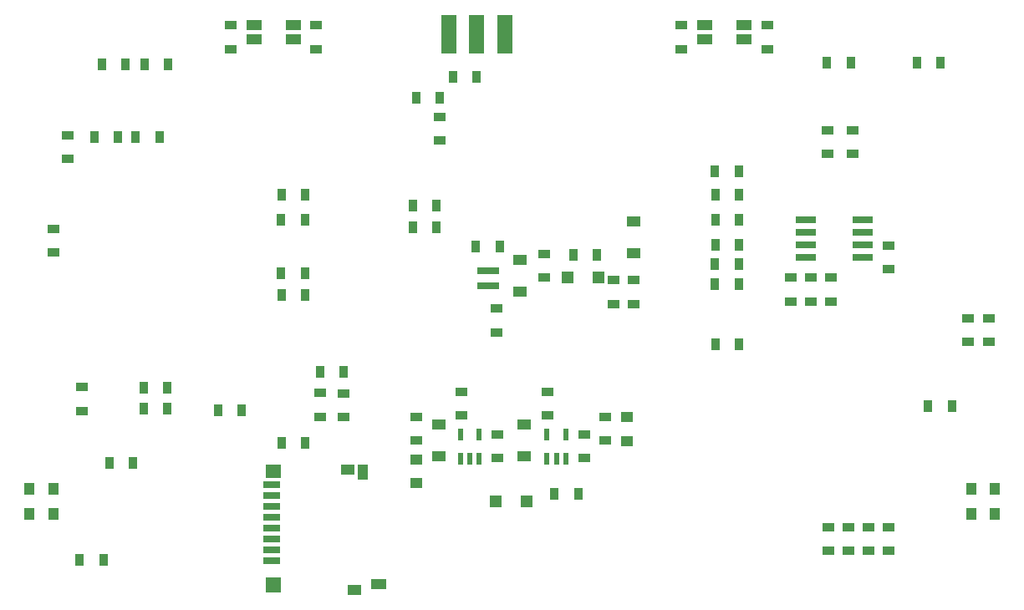
<source format=gtp>
G04*
G04 #@! TF.GenerationSoftware,Altium Limited,Altium Designer,23.4.1 (23)*
G04*
G04 Layer_Color=8421504*
%FSLAX44Y44*%
%MOMM*%
G71*
G04*
G04 #@! TF.SameCoordinates,827902E4-1926-4F04-AA28-A78990439785*
G04*
G04*
G04 #@! TF.FilePolarity,Positive*
G04*
G01*
G75*
%ADD23R,0.9400X1.2900*%
%ADD24R,1.5400X0.9900*%
%ADD25R,1.4000X1.1000*%
%ADD26R,1.5000X1.4000*%
%ADD27R,1.7500X0.7000*%
%ADD28R,1.5000X1.5000*%
%ADD29R,1.0000X1.6000*%
%ADD30R,1.5500X1.0000*%
%ADD31R,1.2900X0.9400*%
%ADD32R,1.3400X1.1400*%
%ADD33R,1.2900X1.0400*%
%ADD34R,0.6000X1.1500*%
%ADD35R,1.5000X4.0000*%
%ADD36R,1.1500X1.3000*%
%ADD37R,2.1400X0.7400*%
%ADD38R,2.2000X0.6500*%
%ADD39R,2.3000X0.6500*%
%ADD40R,1.0400X1.2900*%
D23*
X-153100Y256540D02*
D03*
X-177100D02*
D03*
X-578420Y-60960D02*
D03*
X-554420D02*
D03*
X-524590Y37557D02*
D03*
X-548590D02*
D03*
X178500Y443230D02*
D03*
X269370D02*
D03*
X-374346Y207737D02*
D03*
Y309337D02*
D03*
Y57877D02*
D03*
X-563686Y367757D02*
D03*
X-556066Y441417D02*
D03*
X-512886D02*
D03*
X202500Y443230D02*
D03*
X88814Y238477D02*
D03*
X64814D02*
D03*
X89074Y258537D02*
D03*
X65074D02*
D03*
X-335236Y129257D02*
D03*
X-311236D02*
D03*
X-350346Y57877D02*
D03*
X-374456Y283937D02*
D03*
X-350456D02*
D03*
X-374456Y229327D02*
D03*
X-350456D02*
D03*
X-216996Y297907D02*
D03*
X-240996D02*
D03*
Y276317D02*
D03*
X-216996D02*
D03*
X-350346Y309337D02*
D03*
X-414674Y91009D02*
D03*
X-438674D02*
D03*
X-97740Y5807D02*
D03*
X-73740D02*
D03*
X-200484Y428717D02*
D03*
X-176484D02*
D03*
X-213948Y407127D02*
D03*
X-237948D02*
D03*
X-78436Y248377D02*
D03*
X-54436D02*
D03*
X-350346Y207737D02*
D03*
X64814Y218157D02*
D03*
X88814D02*
D03*
X89074Y283937D02*
D03*
X65074D02*
D03*
X89384Y157197D02*
D03*
X65384D02*
D03*
X89074Y309337D02*
D03*
X65074D02*
D03*
X88814Y332457D02*
D03*
X64814D02*
D03*
X-513604Y113869D02*
D03*
X-489604D02*
D03*
X-513604Y92279D02*
D03*
X-489604D02*
D03*
X293370Y443230D02*
D03*
X-532066Y441417D02*
D03*
X-497776Y367757D02*
D03*
X-521776D02*
D03*
X-488886Y441417D02*
D03*
X-539686Y367757D02*
D03*
X304864Y94707D02*
D03*
X280864D02*
D03*
D24*
X-362270Y466460D02*
D03*
X-402270D02*
D03*
X-362270Y480960D02*
D03*
X-402270D02*
D03*
X54534D02*
D03*
X94534D02*
D03*
X54534Y466460D02*
D03*
X94534D02*
D03*
D25*
X-300186Y-91413D02*
D03*
X-306686Y30587D02*
D03*
D26*
X-382686Y29087D02*
D03*
D27*
X-383936Y-61913D02*
D03*
Y-50913D02*
D03*
Y-39913D02*
D03*
Y-28913D02*
D03*
Y-17913D02*
D03*
Y-6913D02*
D03*
Y4087D02*
D03*
Y15087D02*
D03*
D28*
X-382686Y-86413D02*
D03*
D29*
X-291686Y28087D02*
D03*
D30*
X-275936Y-85413D02*
D03*
D31*
X240650Y-51913D02*
D03*
X200010D02*
D03*
X179690D02*
D03*
X-334666Y84237D02*
D03*
X-156210Y169610D02*
D03*
X141584Y225077D02*
D03*
Y201077D02*
D03*
X-311656Y107977D02*
D03*
Y83977D02*
D03*
X-104536Y109247D02*
D03*
Y85247D02*
D03*
X220330Y-27913D02*
D03*
Y-51913D02*
D03*
X-604916Y274347D02*
D03*
Y250347D02*
D03*
X-156210Y193610D02*
D03*
X-237886Y59847D02*
D03*
Y83847D02*
D03*
X-334666Y108237D02*
D03*
X-155336Y66067D02*
D03*
Y42067D02*
D03*
X-192166Y85247D02*
D03*
Y109247D02*
D03*
X-46116Y83847D02*
D03*
Y59847D02*
D03*
X30480Y456630D02*
D03*
Y480630D02*
D03*
X-213976Y364141D02*
D03*
Y388141D02*
D03*
X-17166Y198537D02*
D03*
Y222537D02*
D03*
X-37486D02*
D03*
Y198537D02*
D03*
X240904Y233837D02*
D03*
Y257837D02*
D03*
X182224Y201077D02*
D03*
Y225077D02*
D03*
X161904D02*
D03*
Y201077D02*
D03*
X118110Y456630D02*
D03*
Y480630D02*
D03*
X-108346Y224947D02*
D03*
Y248947D02*
D03*
X-67706Y66067D02*
D03*
Y42067D02*
D03*
X-591056Y345597D02*
D03*
Y369597D02*
D03*
X-576580Y90170D02*
D03*
Y114170D02*
D03*
X179690Y-27913D02*
D03*
X200010D02*
D03*
X240650D02*
D03*
X-425450Y480630D02*
D03*
Y456630D02*
D03*
X-339090Y480630D02*
D03*
Y456630D02*
D03*
X178674Y374677D02*
D03*
Y350677D02*
D03*
X204074D02*
D03*
Y374677D02*
D03*
X342394Y184177D02*
D03*
Y160177D02*
D03*
X320804D02*
D03*
Y184177D02*
D03*
D32*
X-17166Y249907D02*
D03*
Y281907D02*
D03*
X-128776Y44417D02*
D03*
Y76417D02*
D03*
X-215026Y44417D02*
D03*
Y76417D02*
D03*
X-132476Y242787D02*
D03*
Y210787D02*
D03*
D33*
X-237886Y40667D02*
D03*
Y16667D02*
D03*
X-24130Y83690D02*
D03*
Y59690D02*
D03*
D34*
X-192776Y41567D02*
D03*
X-183276D02*
D03*
X-173776D02*
D03*
Y66567D02*
D03*
X-192776D02*
D03*
X-105146D02*
D03*
X-86146D02*
D03*
Y41567D02*
D03*
X-95646D02*
D03*
X-105146D02*
D03*
D35*
X-204734Y471897D02*
D03*
X-148284D02*
D03*
X-176484D02*
D03*
D36*
X-84476Y225517D02*
D03*
X-53476D02*
D03*
X-156866Y-1813D02*
D03*
X-125866D02*
D03*
D37*
X157084Y245837D02*
D03*
Y258537D02*
D03*
Y271237D02*
D03*
Y283937D02*
D03*
X214484D02*
D03*
Y271237D02*
D03*
Y258537D02*
D03*
Y245837D02*
D03*
D38*
X-164526Y231747D02*
D03*
D39*
X-165026Y216747D02*
D03*
D40*
X348550Y-14513D02*
D03*
X324550D02*
D03*
X-605356D02*
D03*
X-629356D02*
D03*
X348550Y10887D02*
D03*
X324550D02*
D03*
X-605356Y11147D02*
D03*
X-629356D02*
D03*
M02*

</source>
